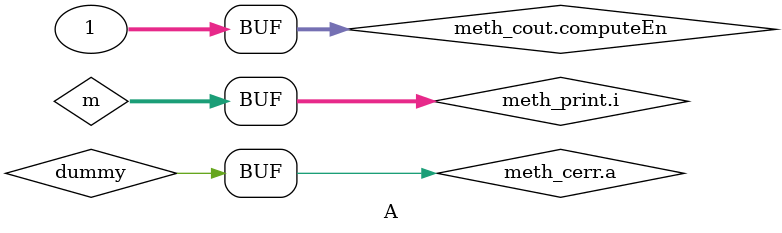
<source format=sv>

module B_top // "b_mod"
(
);


//------------------------------------------------------------------------------
// Child module instances

A a_mod
(

);

endmodule



//==============================================================================
//
// Module: A (test_stdouts_prints.cpp:117:5)
//
module A // "b_mod.a_mod"
(
);

// Variables generated for SystemC signals
logic dummy;

//------------------------------------------------------------------------------
// Method process: meth_print (test_stdouts_prints.cpp:48:5) 

// Process-local variables
logic signed [31:0] m;

always_comb 
begin : meth_print     // test_stdouts_prints.cpp:48:5
    integer i;
    i = m;
end

//------------------------------------------------------------------------------
// Method process: meth_printf (test_stdouts_prints.cpp:55:5) 

always_comb 
begin : meth_printf     // test_stdouts_prints.cpp:55:5
end

//------------------------------------------------------------------------------
// Method process: meth_cerr (test_stdouts_prints.cpp:63:5) 

always_comb 
begin : meth_cerr     // test_stdouts_prints.cpp:63:5
    logic a;
    a = dummy;
end

//------------------------------------------------------------------------------
// Method process: meth_cout (test_stdouts_prints.cpp:77:5) 

always_comb 
begin : meth_cout     // test_stdouts_prints.cpp:77:5
    integer i;
    integer unsigned computeEn;
    computeEn = 1;
end

//------------------------------------------------------------------------------
// Method process: meth_cin (test_stdouts_prints.cpp:93:5) 

always_comb 
begin : meth_cin     // test_stdouts_prints.cpp:93:5
    integer i;
end

//------------------------------------------------------------------------------
// Method process: meth_sc_print (test_stdouts_prints.cpp:98:5) 

always_comb 
begin : meth_sc_print     // test_stdouts_prints.cpp:98:5
end

//------------------------------------------------------------------------------
// Method process: meth_sc_dump (test_stdouts_prints.cpp:103:5) 

always_comb 
begin : meth_sc_dump     // test_stdouts_prints.cpp:103:5
end

//------------------------------------------------------------------------------
// Method process: meth_sc_kind (test_stdouts_prints.cpp:108:5) 

always_comb 
begin : meth_sc_kind     // test_stdouts_prints.cpp:108:5
end

endmodule



</source>
